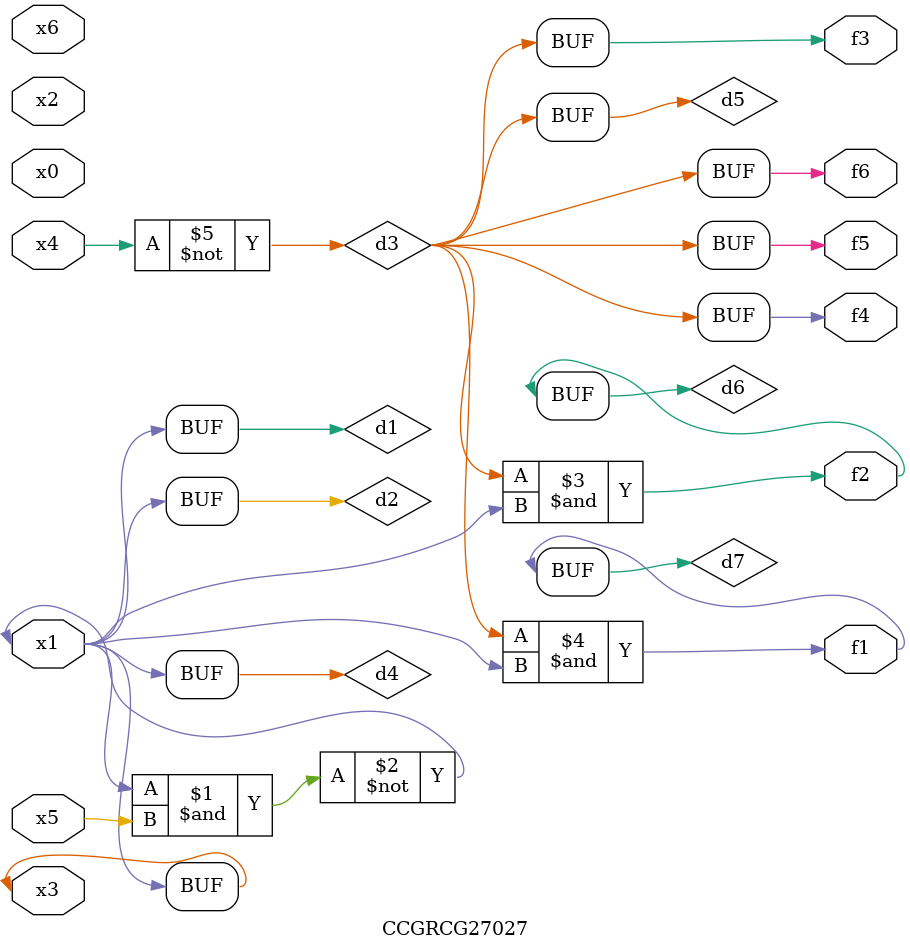
<source format=v>
module CCGRCG27027(
	input x0, x1, x2, x3, x4, x5, x6,
	output f1, f2, f3, f4, f5, f6
);

	wire d1, d2, d3, d4, d5, d6, d7;

	buf (d1, x1, x3);
	nand (d2, x1, x5);
	not (d3, x4);
	buf (d4, d1, d2);
	buf (d5, d3);
	and (d6, d3, d4);
	and (d7, d3, d4);
	assign f1 = d7;
	assign f2 = d6;
	assign f3 = d5;
	assign f4 = d5;
	assign f5 = d5;
	assign f6 = d5;
endmodule

</source>
